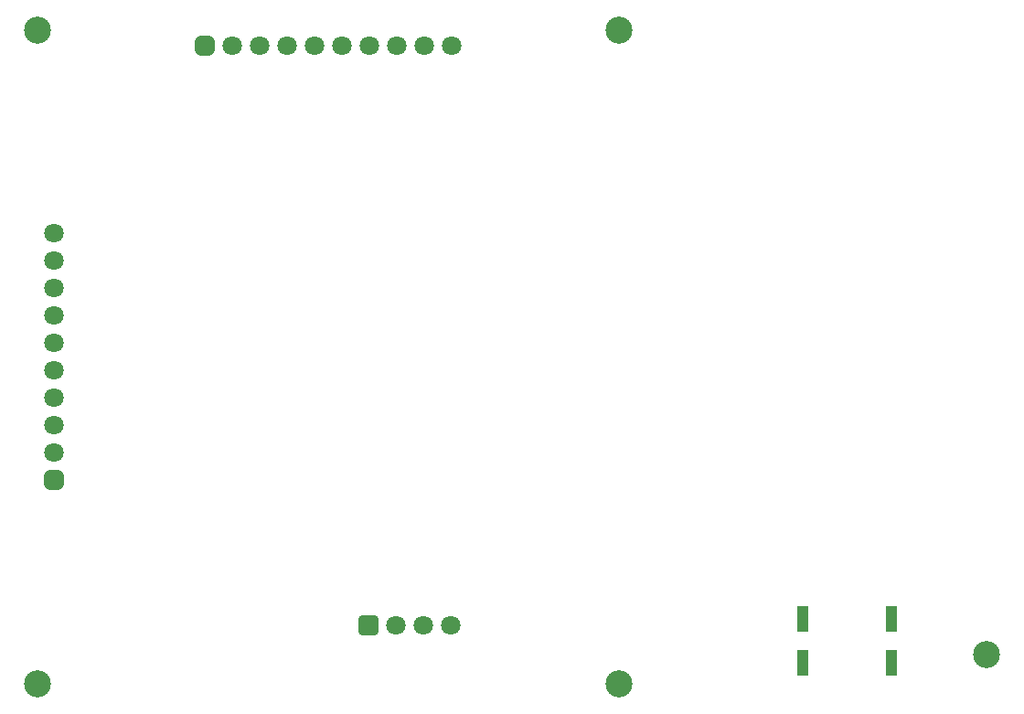
<source format=gbr>
%TF.GenerationSoftware,KiCad,Pcbnew,8.0.2*%
%TF.CreationDate,2024-05-14T20:52:20+07:00*%
%TF.ProjectId,HW.ACIM-DBG,48572e41-4349-44d2-9d44-42472e6b6963,0.0*%
%TF.SameCoordinates,Original*%
%TF.FileFunction,Soldermask,Bot*%
%TF.FilePolarity,Negative*%
%FSLAX46Y46*%
G04 Gerber Fmt 4.6, Leading zero omitted, Abs format (unit mm)*
G04 Created by KiCad (PCBNEW 8.0.2) date 2024-05-14 20:52:20*
%MOMM*%
%LPD*%
G01*
G04 APERTURE LIST*
G04 Aperture macros list*
%AMRoundRect*
0 Rectangle with rounded corners*
0 $1 Rounding radius*
0 $2 $3 $4 $5 $6 $7 $8 $9 X,Y pos of 4 corners*
0 Add a 4 corners polygon primitive as box body*
4,1,4,$2,$3,$4,$5,$6,$7,$8,$9,$2,$3,0*
0 Add four circle primitives for the rounded corners*
1,1,$1+$1,$2,$3*
1,1,$1+$1,$4,$5*
1,1,$1+$1,$6,$7*
1,1,$1+$1,$8,$9*
0 Add four rect primitives between the rounded corners*
20,1,$1+$1,$2,$3,$4,$5,0*
20,1,$1+$1,$4,$5,$6,$7,0*
20,1,$1+$1,$6,$7,$8,$9,0*
20,1,$1+$1,$8,$9,$2,$3,0*%
G04 Aperture macros list end*
%ADD10RoundRect,0.450000X-0.450000X-0.450000X0.450000X-0.450000X0.450000X0.450000X-0.450000X0.450000X0*%
%ADD11C,1.800000*%
%ADD12RoundRect,0.450000X0.450000X-0.450000X0.450000X0.450000X-0.450000X0.450000X-0.450000X-0.450000X0*%
%ADD13C,2.500000*%
%ADD14RoundRect,0.220000X-0.330000X0.980000X-0.330000X-0.980000X0.330000X-0.980000X0.330000X0.980000X0*%
%ADD15RoundRect,0.250000X0.650000X-0.650000X0.650000X0.650000X-0.650000X0.650000X-0.650000X-0.650000X0*%
G04 APERTURE END LIST*
D10*
%TO.C,J1*%
X127432700Y-38950000D03*
D11*
X129972700Y-38950000D03*
X132512700Y-38950000D03*
X135052700Y-38950000D03*
X137592700Y-38950000D03*
X140132700Y-38950000D03*
X142672700Y-38950000D03*
X145212700Y-38950000D03*
X147752700Y-38950000D03*
X150292700Y-38950000D03*
%TD*%
D12*
%TO.C,J3*%
X113425000Y-79180200D03*
D11*
X113425000Y-76640200D03*
X113425000Y-74100200D03*
X113425000Y-71560200D03*
X113425000Y-69020200D03*
X113425000Y-66480200D03*
X113425000Y-63940200D03*
X113425000Y-61400200D03*
X113425000Y-58860200D03*
X113425000Y-56320200D03*
%TD*%
D13*
%TO.C,*%
X199787500Y-95312500D03*
%TD*%
D14*
%TO.C,J2*%
X182825100Y-96075100D03*
X182825100Y-92025100D03*
X191025100Y-92025100D03*
X191025100Y-96075100D03*
%TD*%
D13*
%TO.C,*%
X165775000Y-98000000D03*
%TD*%
%TO.C,*%
X111975000Y-98000000D03*
%TD*%
D15*
%TO.C,J4*%
X142552700Y-92575000D03*
D11*
X145092700Y-92575000D03*
X147632700Y-92575000D03*
X150172700Y-92575000D03*
%TD*%
D13*
%TO.C,*%
X111975000Y-37500000D03*
%TD*%
%TO.C,*%
X165775000Y-37500000D03*
%TD*%
M02*

</source>
